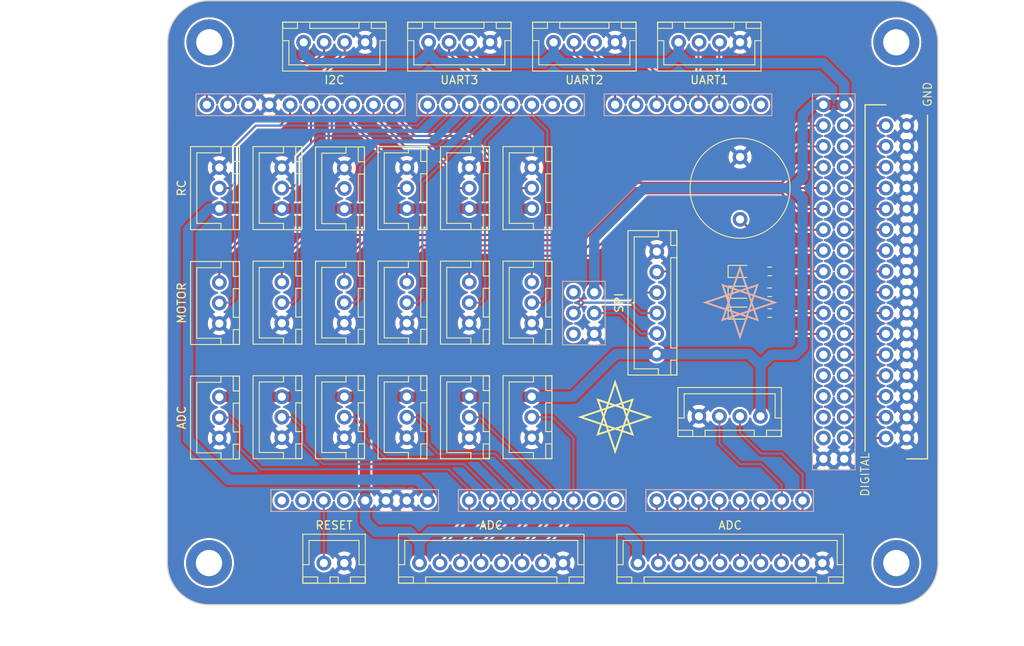
<source format=kicad_pcb>
(kicad_pcb (version 20240108) (generator "pcbnew") (generator_version "8.0")
  (title_block (date "mar. 31 mars 2015"))
  (layers (0 "F.Cu" signal) (31 "B.Cu" signal) (34 "B.Paste" user) (35 "F.Paste" user) (36 "B.SilkS" user "B.Silkscreen") (37 "F.SilkS" user "F.Silkscreen") (38 "B.Mask" user) (39 "F.Mask" user) (44 "Edge.Cuts" user))
  (net 0 "")
  (net 1 "GND")
  (net 2 "/*52")
  (net 3 "/53")
  (net 4 "/50")
  (net 5 "/51")
  (net 6 "/48")
  (net 7 "/49")
  (net 8 "/*46")
  (net 9 "/47")
  (net 10 "/*44")
  (net 11 "/*45")
  (net 12 "/42")
  (net 13 "/43")
  (net 14 "/40")
  (net 15 "/41")
  (net 16 "/38")
  (net 17 "/39")
  (net 18 "/36")
  (net 19 "/37")
  (net 20 "/34")
  (net 21 "/35")
  (net 22 "/32")
  (net 23 "/33")
  (net 24 "/30")
  (net 25 "/31")
  (net 26 "/28")
  (net 27 "/29")
  (net 28 "/26")
  (net 29 "/27")
  (net 30 "/24")
  (net 31 "/25")
  (net 32 "/22")
  (net 33 "/23")
  (net 34 "+5V")
  (net 35 "/IOREF")
  (net 36 "/A0")
  (net 37 "/A1")
  (net 38 "/A2")
  (net 39 "/A3")
  (net 40 "/A4")
  (net 41 "/A5")
  (net 42 "/A6")
  (net 43 "/A7")
  (net 44 "/A8")
  (net 45 "/A9")
  (net 46 "/A10")
  (net 47 "/A11")
  (net 48 "/A12")
  (net 49 "/A13")
  (net 50 "/A14")
  (net 51 "/A15")
  (net 52 "/AREF")
  (net 53 "/*13")
  (net 54 "/*12")
  (net 55 "/*11")
  (net 56 "/*10")
  (net 57 "/*9")
  (net 58 "/*8")
  (net 59 "/*7")
  (net 60 "/*6")
  (net 61 "/*5")
  (net 62 "/*4")
  (net 63 "/*3")
  (net 64 "/*2")
  (net 65 "/TX0{slash}1")
  (net 66 "/RX0{slash}0")
  (net 67 "+3V3")
  (net 68 "/TX3{slash}14")
  (net 69 "/RX3{slash}15")
  (net 70 "/TX2{slash}16")
  (net 71 "/RX2{slash}17")
  (net 72 "/TX1{slash}18")
  (net 73 "/RX1{slash}19")
  (net 74 "/SDA{slash}20")
  (net 75 "/SCL{slash}21")
  (net 76 "VIN")
  (net 77 "/~{RESET}")
  (net 79 "/CLK")
  (net 80 "/MISO")
  (net 81 "/MOSI")
  (net 82 "Net-(D1-A)")
  (net 83 "Net-(D2-A)")
  (net 84 "Net-(D3-A)")
  (footprint "Connector_JST:JST_XH_B8B-XH-A_1x08_P2.50mm_Vertical" (layer "F.Cu") (at 162.23 105.08 180)
    (property "Reference" "J28" (hide yes))
    (property "Value" "ADC")
  )
  (footprint "Connector_JST:JST_XH_B3B-XH-A_1x03_P2.50mm_Vertical" (layer "F.Cu") (at 127.94 84.8 -90)
    (property "Reference" "J23" (hide yes))
    (property "Value" "Analog" (hide yes))
  )
  (footprint "Connector_JST:JST_XH_B3B-XH-A_1x03_P2.50mm_Vertical" (layer "F.Cu") (at 150.8 70.83 -90)
    (property "Reference" "J11" (hide yes))
    (property "Value" "Motor" (hide yes))
  )
  (footprint "Connector_JST:JST_XH_B3B-XH-A_1x03_P2.50mm_Vertical" (layer "F.Cu") (at 150.8 56.86 -90)
    (property "Reference" "J17" (hide yes))
    (property "Value" "RC" (hide yes))
  )
  (footprint "Connector_JST:JST_XH_B3B-XH-A_1x03_P2.50mm_Vertical" (layer "F.Cu") (at 120.32 56.86 -90)
    (property "Reference" "J21" (hide yes))
    (property "Value" "RC")
  )
  (footprint "Connector_JST:JST_XH_B3B-XH-A_1x03_P2.50mm_Vertical" (layer "F.Cu") (at 120.32 70.87 -90)
    (property "Reference" "J15" (hide yes))
    (property "Value" "MOTOR")
  )
  (footprint "Connector_JST:JST_XH_B3B-XH-A_1x03_P2.50mm_Vertical" (layer "F.Cu") (at 143.18 84.8 -90)
    (property "Reference" "J25" (hide yes))
    (property "Value" "Analog" (hide yes))
  )
  (footprint "Resistor_SMD:R_0603_1608Metric" (layer "F.Cu") (at 187.44 69.52)
    (property "Reference" "R1" (hide yes))
    (property "Value" "R")
  )
  (footprint "Connector_JST:JST_XH_B3B-XH-A_1x03_P2.50mm_Vertical" (layer "F.Cu") (at 150.8 84.8 -90)
    (property "Reference" "J26" (hide yes))
    (property "Value" "Analog" (hide yes))
  )
  (footprint "Connector_JST:JST_XH_B3B-XH-A_1x03_P2.50mm_Vertical" (layer "F.Cu") (at 127.94 56.86 -90)
    (property "Reference" "J20" (hide yes))
    (property "Value" "RC" (hide yes))
  )
  (footprint "Connector_JST:JST_XH_B3B-XH-A_1x03_P2.50mm_Vertical" (layer "F.Cu") (at 135.56 56.9 -90)
    (property "Reference" "J19" (hide yes))
    (property "Value" "RC" (hide yes))
  )
  (footprint "Connector_JST:JST_XH_B4B-XH-A_1x04_P2.50mm_Vertical" (layer "F.Cu") (at 186.3 87.19 180)
    (property "Reference" "J30" (hide yes))
    (property "Value" "CAN")
  )
  (footprint "Connector_JST:JST_XH_B4B-XH-A_1x04_P2.50mm_Vertical" (layer "F.Cu") (at 130.6 41.58)
    (property "Reference" "J32" (hide yes))
    (property "Value" "I2C")
  )
  (footprint "MountingHole:MountingHole_3.2mm_M3_DIN965_Pad" (layer "F.Cu") (at 202.87 105.08)
    (property "Reference" "H1" (hide yes))
    (property "Value" "MountingHole" (hide yes))
  )
  (footprint "Connector_JST:JST_XH_B3B-XH-A_1x03_P2.50mm_Vertical" (layer "F.Cu") (at 135.56 84.8 -90)
    (property "Reference" "J24" (hide yes))
    (property "Value" "Analog" (hide yes))
  )
  (footprint "LED_SMD:LED_0603_1608Metric" (layer "F.Cu") (at 183.8455 72.06)
    (property "Reference" "D2" (hide yes))
    (property "Value" "LED")
  )
  (footprint "MountingHole:MountingHole_3.2mm_M3_DIN965_Pad" (layer "F.Cu") (at 202.87 41.58)
    (property "Reference" "H1" (hide yes))
    (property "Value" "MountingHole" (hide yes))
  )
  (footprint "Connector_JST:JST_XH_B3B-XH-A_1x03_P2.50mm_Vertical" (layer "F.Cu") (at 135.56 70.83 -90)
    (property "Reference" "J13" (hide yes))
    (property "Value" "Motor" (hide yes))
  )
  (footprint "MountingHole:MountingHole_3.2mm_M3_DIN965_Pad" (layer "F.Cu") (at 119.06 105.08)
    (property "Reference" "H1" (hide yes))
    (property "Value" "MountingHole" (hide yes))
  )
  (footprint "Connector_JST:JST_XH_B2B-XH-A_1x02_P2.50mm_Vertical" (layer "F.Cu") (at 135.56 105.08 180)
    (property "Reference" "J9" (hide yes))
    (property "Value" "RESET")
  )
  (footprint "Connector_JST:JST_XH_B3B-XH-A_1x03_P2.50mm_Vertical" (layer "F.Cu") (at 158.42 70.83 -90)
    (property "Reference" "J10" (hide yes))
    (property "Value" "Motor" (hide yes))
  )
  (footprint "Connector_JST:JST_XH_B3B-XH-A_1x03_P2.50mm_Vertical" (layer "F.Cu") (at 158.42 56.86 -90)
    (property "Reference" "J16" (hide yes))
    (property "Value" "RC" (hide yes))
  )
  (footprint "LED_SMD:LED_0603_1608Metric" (layer "F.Cu") (at 183.8455 69.52)
    (property "Reference" "D1" (hide yes))
    (property "Value" "LED")
  )
  (footprint "MountingHole:MountingHole_3.2mm_M3_DIN965_Pad" (layer "F.Cu") (at 119.1 41.58)
    (property "Reference" "H1" (hide yes))
    (property "Value" "MountingHole" (hide yes))
  )
  (footprint "Resistor_SMD:R_0603_1608Metric" (layer "F.Cu") (at 187.44 72.06)
    (property "Reference" "R2" (hide yes))
    (property "Value" "R")
  )
  (footprint "Resistor_SMD:R_0603_1608Metric" (layer "F.Cu") (at 187.44 74.6)
    (property "Reference" "R3" (hide yes))
    (property "Value" "R")
  )
  (footprint "Buzzer_Beeper:Buzzer_12x9.5RM7.6" (layer "F.Cu") (at 183.82 63.17 90)
    (property "Reference" "BZ1" (hide yes))
    (property "Value" "Buzzer")
  )
  (footprint "Connector_JST:JST_XH_B4B-XH-A_1x04_P2.50mm_Vertical" (layer "F.Cu") (at 145.84 41.58)
    (property "Reference" "J35" (hide yes))
    (property "Value" "UART3")
  )
  (footprint "Connector_JST:JST_XH_B3B-XH-A_1x03_P2.50mm_Vertical" (layer "F.Cu") (at 143.18 56.86 -90)
    (property "Reference" "J18" (hide yes))
    (property "Value" "RC" (hide yes))
  )
  (footprint "Connector_JST:JST_XH_B4B-XH-A_1x04_P2.50mm_Vertical" (layer "F.Cu") (at 161.08 41.58)
    (property "Reference" "J34" (hide yes))
    (property "Value" "UART2")
  )
  (footprint "Downloads:chat" (layer "F.Cu") (at 168.5038 87.046)
    (property "Reference" "G***" (hide yes))
    (property "Value" "LOGO" (hide yes))
  )
  (footprint "Connector_PinHeader_2.54mm:PinHeader_2x16_P2.54mm_Vertical" (layer "F.Cu") (at 204.14 89.84 180)
    (property "Reference" "J36" (hide yes))
    (property "Value" "Conn_02x16_Odd_Even" (hide yes))
  )
  (footprint "Connector_JST:JST_XH_B3B-XH-A_1x03_P2.50mm_Vertical" (layer "F.Cu") (at 120.32 84.84 -90)
    (property "Reference" "J22" (hide yes))
    (property "Value" "ADC")
  )
  (footprint "Connector_JST:JST_XH_B6B-XH-A_1x06_P2.50mm_Vertical" (layer "F.Cu") (at 173.66 67.1 -90)
    (property "Reference" "J31" (hide yes))
    (property "Value" "SPI")
  )
  (footprint "LED_SMD:LED_0603_1608Metric" (layer "F.Cu") (at 183.8455 74.6)
    (property "Reference" "D3" (hide yes))
    (property "Value" "LED")
  )
  (footprint "Connector_JST:JST_XH_B10B-XH-A_1x10_P2.50mm_Vertical" (layer "F.Cu") (at 193.86 105.08 180)
    (property "Reference" "J29" (hide yes))
    (property "Value" "ADC")
  )
  (footprint "Connector_JST:JST_XH_B4B-XH-A_1x04_P2.50mm_Vertical" (layer "F.Cu") (at 176.32 41.58)
    (property "Reference" "J33" (hide yes))
    (property "Value" "UART1")
  )
  (footprint "Connector_JST:JST_XH_B3B-XH-A_1x03_P2.50mm_Vertical" (layer "F.Cu") (at 158.42 84.8 -90)
    (property "Reference" "J27" (hide yes))
    (property "Value" "Analog" (hide yes))
  )
  (footprint "Connector_JST:JST_XH_B3B-XH-A_1x03_P2.50mm_Vertical" (layer "F.Cu") (at 127.94 70.83 -90)
    (property "Reference" "J14" (hide yes))
    (property "Value" "Motor" (hide yes))
  )
  (footprint "Connector_JST:JST_XH_B3B-XH-A_1x03_P2.50mm_Vertical" (layer "F.Cu") (at 143.18 70.83 -90)
    (property "Reference" "J12" (hide yes))
    (property "Value" "Motor" (hide yes))
  )
  (footprint "Downloads:chat" (layer "B.Cu") (at 183.8962 73.076 180)
    (property "Reference" "G***" (hide yes))
    (property "Value" "LOGO" (hide yes))
  )
  (footprint "Connector_PinHeader_2.54mm:PinHeader_1x08_P2.54mm_Vertical" (layer "B.Cu") (at 145.72 49.2 -90)
    (property "Reference" "J4" (hide yes))
    (property "Value" "PWM" (hide yes))
  )
  (footprint "Connector_PinHeader_2.54mm:PinHeader_1x08_P2.54mm_Vertical" (layer "B.Cu") (at 173.66 97.46 -90)
    (property "Reference" "J5" (hide yes))
    (property "Value" "Analog" (hide yes))
  )
  (footprint "Connector_PinHeader_2.54mm:PinHeader_1x08_P2.54mm_Vertical" (layer "B.Cu") (at 127.94 97.46 -90)
    (property "Reference" "J1" (hide yes))
    (property "Value" "Power" (hide yes))
  )
  (footprint "Connector_PinHeader_2.54mm:PinHeader_1x08_P2.54mm_Vertical" (layer "B.Cu") (at 150.8 97.46 -90)
    (property "Reference" "J3" (hide yes))
    (property "Value" "Analog" (hide yes))
  )
  (footprint "Connector_PinHeader_2.54mm:PinHeader_1x10_P2.54mm_Vertical" (layer "B.Cu") (at 118.796 49.2 -90)
    (property "Reference" "J2" (hide yes))
    (property "Value" "PWM" (hide yes))
  )
  (footprint "Connector_PinHeader_2.54mm:PinHeader_1x08_P2.54mm_Vertical" (layer "B.Cu") (at 168.58 49.2 -90)
    (property "Reference" "J6" (hide yes))
    (property "Value" "Communication" (hide yes))
  )
  (footprint "Connector_PinHeader_2.54mm:PinHeader_2x18_P2.54mm_Vertical" (layer "B.Cu") (at 193.98 92.38)
    (property "Reference" "J7" (hide yes))
    (property "Value" "Digital" (hide yes))
  )
  (footprint "Connector_PinHeader_2.54mm:PinHeader_2x03_P2.54mm_Vertical" (layer "B.Cu") (at 166.04 72.06 180)
    (property "Reference" "J8" (hide yes))
    (property "Value" "ICSP" (hide yes))
  )
  (gr_line (start 199.06 49.2) (end 199.06 91.4275) (stroke (width 0.15)) (layer "F.SilkS"))
  (gr_line (start 206.68 92.38) (end 206.68 50.47) (stroke (width 0.15)) (layer "F.SilkS"))
  (gr_line (start 199.06 49.2) (end 201.6 49.2) (stroke (width 0.15)) (layer "F.SilkS"))
  (gr_line (start 206.68 92.38) (end 204.14 92.38) (stroke (width 0.15)) (layer "F.SilkS"))
  (gr_line (start 113.98 105.08) (end 114.02 41.46) (stroke (width 0.15)) (layer "Edge.Cuts"))
  (gr_line (start 119.1 36.498583) (end 202.87 36.5) (stroke (width 0.15)) (layer "Edge.Cuts"))
  (gr_arc (start 207.95 105.08) (mid 206.462102 108.672102) (end 202.87 110.16) (stroke (width 0.15)) (layer "Edge.Cuts"))
  (gr_arc (start 202.87 36.5) (mid 206.462102 37.987898) (end 207.95 41.58) (stroke (width 0.15)) (layer "Edge.Cuts"))
  (gr_arc (start 114.02 41.46) (mid 115.549576 37.944717) (end 119.1 36.498583) (stroke (width 0.15)) (layer "Edge.Cuts"))
  (gr_line (start 202.87 110.16) (end 119.06 110.16) (stroke (width 0.15)) (layer "Edge.Cuts"))
  (gr_arc (start 119.06 110.16) (mid 115.467898 108.672102) (end 113.98 105.08) (stroke (width 0.15)) (layer "Edge.Cuts"))
  (gr_line (start 207.95 41.58) (end 207.95 105.08) (stroke (width 0.15)) (layer "Edge.Cuts"))
  (gr_text "DIGITAL" (at 199.06 94.285 90) (layer "F.SilkS") (effects (font (size 1 1) (thickness 0.125))))
  (gr_text "GND" (at 206.68 47.93 90) (layer "F.SilkS") (effects (font (size 1 1) (thickness 0.125))))
  (segment (start 153.3 41.58) (end 153.34 41.58) (width 0.4) (layer "B.Cu") (net 1))
  (segment (start 196.52 89.84) (end 201.6 89.84) (width 0.254) (layer "F.Cu") (net 3))
  (segment (start 196.52 87.3) (end 201.6 87.3) (width 0.254) (layer "F.Cu") (net 5))
  (segment (start 196.52 84.76) (end 201.6 84.76) (width 0.254) (layer "F.Cu") (net 7))
  (segment (start 196.52 82.22) (end 201.6 82.22) (width 0.254) (layer "F.Cu") (net 9))
  (segment (start 201.6 79.68) (end 196.52 79.68) (width 0.254) (layer "F.Cu") (net 11))
  (segment (start 180.645 77.14) (end 178.105 74.6) (width 0.254) (layer "F.Cu") (net 12))
  (segment (start 178.105 74.6) (end 178.105 72.06) (width 0.254) (layer "F.Cu") (net 12))
  (segment (start 178.105 72.06) (end 175.565 69.52) (width 0.254) (layer "F.Cu") (net 12))
  (segment (start 193.98 77.14) (end 180.645 77.14) (width 0.254) (layer "F.Cu") (net 12))
  (segment (start 175.565 69.52) (end 173.74 69.52) (width 0.254) (layer "F.Cu") (net 12))
  (segment (start 173.74 69.52) (end 173.66 69.6) (width 0.254) (layer "F.Cu") (net 12))
  (segment (start 196.52 77.14) (end 201.6 77.14) (width 0.254) (layer "F.Cu") (net 13))
  (segment (start 188.265 74.6) (end 193.98 74.6) (width 0.254) (layer "F.Cu") (net 14))
  (segment (start 196.52 74.6) (end 201.6 74.6) (width 0.254) (layer "F.Cu") (net 15))
  (segment (start 193.98 72.06) (end 188.265 72.06) (width 0.254) (layer "F.Cu") (net 16))
  (segment (start 196.52 72.06) (end 201.6 72.06) (width 0.254) (layer "F.Cu") (net 17))
  (segment (start 193.98 69.52) (end 188.265 69.52) (width 0.254) (layer "F.Cu") (net 18))
  (segment (start 196.52 69.52) (end 201.6 69.52) (width 0.254) (layer "F.Cu") (net 19))
  (segment (start 187.63 66.98) (end 183.82 63.17) (width 0.254) (layer "F.Cu") (net 20))
  (segment (start 193.98 66.98) (end 187.63 66.98) (width 0.254) (layer "F.Cu") (net 20))
  (segment (start 196.52 66.98) (end 201.6 66.98) (width 0.254) (layer "F.Cu") (net 21))
  (segment (start 193.98 64.44) (end 190.805 64.44) (width 0.254) (layer "F.Cu") (net 22))
  (segment (start 158.42 68.25) (end 158.42 70.83) (width 0.254) (layer "F.Cu") (net 22))
  (segment (start 165.405 67.615) (end 159.055 67.615) (width 0.254) (layer "F.Cu") (net 22))
  (segment (start 186.995 60.63) (end 172.39 60.63) (width 0.254) (layer "F.Cu") (net 22))
  (segment (start 159.055 67.615) (end 158.42 68.25) (width 0.254) (layer "F.Cu") (net 22))
  (segment (start 190.805 64.44) (end 186.995 60.63) (width 0.254) (layer "F.Cu") (net 22))
  (segment (start 172.39 60.63) (end 165.405 67.615) (width 0.254) (layer "F.Cu") (net 22))
  (segment (start 201.6 64.44) (end 196.52 64.44) (width 0.254) (layer "F.Cu") (net 23))
  (segment (start 190.805 61.9) (end 188.9 59.995) (width 0.254) (layer "F.Cu") (net 24))
  (segment (start 171.755 59.995) (end 164.77 66.98) (width 0.254) (layer "F.Cu") (net 24))
  (segment (start 150.8 68.25) (end 150.8 70.65) (width 0.254) (layer "F.Cu") (net 24))
  (segment (start 193.98 61.9) (end 190.805 61.9) (width 0.254) (layer "F.Cu") (net 24))
  (segment (start 164.77 66.98) (end 152.07 66.98) (width 0.254) (layer "F.Cu") (net 24))
  (segment (start 188.9 59.995) (end 171.755 59.995) (width 0.254) (layer "F.Cu") (net 24))
  (segment (start 152.07 66.98) (end 150.8 68.25) (width 0.254) (layer "F.Cu") (net 24))
  (segment (start 196.52 61.9) (end 201.6 61.9) (width 0.254) (layer "F.Cu") (net 25))
  (segment (start 143.18 68.25) (end 145.085 66.345) (width 0.254) (layer "F.Cu") (net 26))
  (segment (start 171.12 59.36) (end 193.98 59.36) (width 0.254) (layer "F.Cu") (net 26))
  (segment (start 145.085 66.345) (end 164.135 66.345) (width 0.254) (layer "F.Cu") (net 26))
  (segment (start 164.135 66.345) (end 171.12 59.36) (width 0.254) (layer "F.Cu") (net 26))
  (segment (start 143.18 70.47) (end 143.18 68.25) (width 0.254) (layer "F.Cu") (net 26))
  (segment (start 196.52 59.36) (end 201.6 59.36) (width 0.254) (layer "F.Cu") (net 27))
  (segment (start 163.5 65.71) (end 138.1 65.71) (width 0.254) (layer "F.Cu") (net 28))
  (segment (start 193.98 56.82) (end 190.805 56.82) (width 0.254) (layer "F.Cu") (net 28))
  (segment (start 190.805 56.82) (end 188.9 58.725) (width 0.254) (layer "F.Cu") (net 28))
  (segment (start 138.1 65.71) (end 135.56 68.25) (width 0.254) (layer "F.Cu") (net 28))
  (segment (start 170.485 58.725) (end 163.5 65.71) (width 0.254) (layer "F.Cu") (net 28))
  (segment (start 188.9 58.725) (end 170.485 58.725) (width 0.254) (layer "F.Cu") (net 28))
  (segment (start 135.56 68.25) (end 135.56 70.29) (width 0.254) (layer "F.Cu") (net 28))
  (segment (start 196.52 56.82) (end 201.6 56.82) (width 0.254) (layer "F.Cu") (net 29))
  (segment (start 186.995 58.09) (end 169.85 58.09) (width 0.254) (layer "F.Cu") (net 30))
  (segment (start 169.85 58.09) (end 162.865 65.075) (width 0.254) (layer "F.Cu") (net 30))
  (segment (start 162.865 65.075) (end 131.115 65.075) (width 0.254) (layer "F.Cu") (net 30))
  (segment (start 190.805 54.28) (end 186.995 58.09) (width 0.254) (layer "F.Cu") (net 30))
  (segment (start 127.94 68.25) (end 127.94 70.83) (width 0.254) (layer "F.Cu") (net 30))
  (segment (start 193.98 54.28) (end 190.805 54.28) (width 0.254) (layer "F.Cu") (net 30))
  (segment (start 131.115 65.075) (end 127.94 68.25) (width 0.254) (layer "F.Cu") (net 30))
  (segment (start 196.52 54.28) (end 201.6 54.28) (width 0.254) (layer "F.Cu") (net 31))
  (segment (start 124.13 64.44) (end 162.23 64.44) (width 0.254) (layer "F.Cu") (net 32))
  (segment (start 120.32 70.87) (end 120.32 68.25) (width 0.254) (layer "F.Cu") (net 32))
  (segment (start 190.805 51.74) (end 193.98 51.74) (width 0.254) (layer "F.Cu") (net 32))
  (segment (start 162.23 64.44) (end 169.215 57.455) (width 0.254) (layer "F.Cu") (net 32))
  (segment (start 185.09 57.455) (end 190.805 51.74) (width 0.254) (layer "F.Cu") (net 32))
  (segment (start 169.215 57.455) (end 185.09 57.455) (width 0.254) (layer "F.Cu") (net 32))
  (segment (start 120.32 68.25) (end 124.13 64.44) (width 0.254) (layer "F.Cu") (net 32))
  (segment (start 196.52 51.74) (end 201.6 51.74) (width 0.254) (layer "F.Cu") (net 33))
  (segment (start 144.73 105.08) (end 144.45 105.08) (width 1.27) (layer "F.Cu") (net 34))
  (segment (start 120.32 84.84) (end 120.36 84.8) (width 1.27) (layer "F.Cu") (net 34))
  (segment (start 138.1 97.46) (end 138.1 85.98) (width 1.27) (layer "F.Cu") (net 34))
  (segment (start 138.1 85.98) (end 139.28 84.8) (width 1.27) (layer "F.Cu") (net 34))
  (segment (start 136.92 84.8) (end 138.1 85.98) (width 1.27) (layer "F.Cu") (net 34))
  (segment (start 139.28 84.8) (end 143 84.8) (width 1.27) (layer "F.Cu") (net 34))
  (segment (start 193.98 49.2) (end 196.52 49.2) (width 1.27) (layer "F.Cu") (net 34))
  (segment (start 143 84.8) (end 158.42 84.8) (width 1.27) (layer "F.Cu") (net 34))
  (segment (start 120.36 84.8) (end 136.92 84.8) (width 1.27) (layer "F.Cu") (net 34))
  (segment (start 186.32 80.99) (end 186.32 87.17) (width 1.27) (layer "B.Cu") (net 34))
  (segment (start 177.47 44.12) (end 193.98 44.12) (width 1.27) (layer "B.Cu") (net 34))
  (segment (start 146 101.27) (end 144.73 102.54) (width 1.27) (layer "B.Cu") (net 34))
  (segment (start 191.44 50.47) (end 191.44 57.836) (width 1.27) (layer "B.Cu") (net 34))
  (segment (start 131.75 44.12) (end 144.69 44.12) (width 1.27) (layer "B.Cu") (net 34))
  (segment (start 144.69 44.12) (end 145.84 42.97) (width 1.27) (layer "B.Cu") (net 34))
  (segment (start 168.66 79.6) (end 173.66 79.6) (width 1.27) (layer "B.Cu") (net 34))
  (segment (start 163.46 84.8) (end 168.66 79.6) (width 1.27) (layer "B.Cu") (net 34))
  (segment (start 139.37 101.27) (end 138.1 100) (width 1.27) (layer "B.Cu") (net 34))
  (segment (start 144.73 102.54) (end 144.73 105.08) (width 1.27) (layer "B.Cu") (net 34))
  (segment (start 171.28 102.7) (end 169.85 101.27) (width 1.27) (layer "B.Cu") (net 34))
  (segment (start 162.23 44.12) (end 161.08 42.97) (width 1.27) (layer "B.Cu") (net 34))
  (segment (start 158.42 84.8) (end 158.46 84.76) (width 1.27) (layer "B.Cu") (net 34))
  (segment (start 186.32 87.17) (end 186.3 87.19) (width 1.27) (layer "B.Cu") (net 34))
  (segment (start 145.84 42.97) (end 145.84 41.58) (width 1.27) (layer "B.Cu") (net 34))
  (segment (start 186.32 80.99) (end 184.93 79.6) (width 1.27) (layer "B.Cu") (net 34))
  (segment (start 130.6 41.58) (end 130.6 42.97) (width 1.27) (layer "B.Cu") (net 34))
  (segment (start 176.32 42.97) (end 177.47 44.12) (width 1.27) (layer "B.Cu") (net 34))
  (segment (start 192.71 49.2) (end 191.44 50.47) (width 1.27) (layer "B.Cu") (net 34))
  (segment (start 166.04 65.456) (end 166.04 72.06) (width 1.27) (layer "B.Cu") (net 34))
  (segment (start 196.52 46.66) (end 196.52 49.2) (width 1.27) (layer "B.Cu") (net 34))
  (segment (start 176.32 42.97) (end 175.17 44.12) (width 1.27) (layer "B.Cu") (net 34))
  (segment (start 187.63 79.68) (end 186.32 80.99) (width 1.27) (layer "B.Cu") (net 34))
  (segment (start 143.46 101.27) (end 144.73 102.54) (width 1.27) (layer "B.Cu") (net 34))
  (segment (start 138.1 100) (end 138.1 97.46) (width 1.27) (layer "B.Cu") (net 34))
  (segment (start 146.99 44.12) (end 145.84 42.97) (width 1.27) (layer "B.Cu") (net 34))
  (segment (start 190.17 59.36) (end 172.136 59.36) (width 1.27) (layer "B.Cu") (net 34))
  (segment (start 139.37 101.27) (end 143.46 101.27) (width 1.27) (layer "B.Cu") (net 34))
  (segment (start 161.08 42.97) (end 159.93 44.12) (width 1.27) (layer "B.Cu") (net 34))
  (segment (start 190.17 59.36) (end 191.44 58.09) (width 1.27) (layer "B.Cu") (net 34))
  (segment (start 191.44 60.63) (end 190.17 59.36) (width 1.27) (layer "B.Cu") (net 34))
  (segment (start 158.42 84.8) (end 163.46 84.8) (width 1.27) (layer "B.Cu") (net 34))
  (segment (start 184.93 79.6) (end 173.66 79.6) (width 1.27) (layer "B.Cu") (net 34))
  (segment (start 191.44 58.09) (end 191.44 57.836) (width 1.27) (layer "B.Cu") (net 34))
  (segment (start 190.4875 79.68) (end 187.63 79.68) (width 1.27) (layer "B.Cu") (net 34))
  (segment (start 161.08 42.97) (end 161.08 41.58) (width 1.27) (layer "B.Cu") (net 34))
  (segment (start 191.44 78.7275) (end 191.44 60.63) (width 1.27) (layer "B.Cu") (net 34))
  (segment (start 130.6 42.97) (end 131.75 44.12) (width 1.27) (layer "B.Cu") (net 34))
  (segment (start 169.85 101.27) (end 146 101.27) (width 1.27) (layer "B.Cu") (net 34))
  (segment (start 176.32 41.58) (end 176.32 42.97) (width 1.27) (layer "B.Cu") (net 34))
  (segment (start 172.136 59.36) (end 166.04 65.456) (width 1.27) (layer "B.Cu") (net 34))
  (segment (start 159.93 44.12) (end 146.99 44.12) (width 1.27) (layer "B.Cu") (net 34))
  (segment (start 193.98 44.12) (end 196.52 46.66) (width 1.27) (layer "B.Cu") (net 34))
  (segment (start 175.17 44.12) (end 162.23 44.12) (width 1.27) (layer "B.Cu") (net 34))
  (segment (start 171.28 105.08) (end 171.28 102.7) (width 1.27) (layer "B.Cu") (net 34))
  (segment (start 193.98 49.2) (end 192.71 49.2) (width 1.27) (layer "B.Cu") (net 34))
  (segment (start 191.44 78.7275) (end 190.4875 79.68) (width 1.27) (layer "B.Cu") (net 34))
  (segment (start 150.8 99.365) (end 150.8 97.46) (width 0.254) (layer "F.Cu") (net 36))
  (segment (start 147.23 105.08) (end 147.23 102.935) (width 0.254) (layer "F.Cu") (net 36))
  (segment (start 147.23 102.935) (end 150.8 99.365) (width 0.254) (layer "F.Cu") (net 36))
  (segment (start 150.8 96.19) (end 148.26 93.65) (width 0.254) (layer "B.Cu") (net 36))
  (segment (start 122.86 91.11) (end 122.86 88.57) (width 0.254) (layer "B.Cu") (net 36))
  (segment (start 148.26 93.65) (end 125.4 93.65) (width 0.254) (layer "B.Cu") (net 36))
  (segment (start 150.8 97.46) (end 150.8 96.19) (width 0.254) (layer "B.Cu") (net 36))
  (segment (start 125.4 93.65) (end 122.86 91.11) (width 0.254) (layer "B.Cu") (net 36))
  (segment (start 122.86 88.57) (end 121.63 87.34) (width 0.254) (layer "B.Cu") (net 36))
  (segment (start 121.63 87.34) (end 120.32 87.34) (width 0.254) (layer "B.Cu") (net 36))
  (segment (start 149.73 102.975) (end 153.34 99.365) (width 0.254) (layer "F.Cu") (net 37))
  (segment (start 153.34 99.365) (end 153.34 97.46) (width 0.254) (layer "F.Cu") (net 37))
  (segment (start 149.73 105.08) (end 149.73 102.975) (width 0.254) (layer "F.Cu") (net 37))
  (segment (start 130.48 90.475) (end 133.02 93.015) (width 0.254) (layer "B.Cu") (net 37))
  (segment (start 150.165 93.015) (end 153.34 96.19) (width 0.254) (layer "B.Cu") (net 37))
  (segment (start 127.94 87.3) (end 129.21 87.3) (width 0.254) (layer "B.Cu") (net 37))
  (segment (start 129.21 87.3) (end 130.48 88.57) (width 0.254) (layer "B.Cu") (net 37))
  (segment (start 127.4 87.425) (end 127.525 87.3) (width 0.25) (layer "B.Cu") (net 37))
  (segment (start 133.02 93.015) (end 150.165 93.015) (width 0.254) (layer "B.Cu") (net 37))
  (segment (start 130.48 88.57) (end 130.48 90.475) (width 0.254) (layer "B.Cu") (net 37))
  (segment (start 153.34 96.19) (end 153.34 97.46) (width 0.254) (layer "B.Cu") (net 37))
  (segment (start 155.88 99.365) (end 152.23 103.015) (width 0.254) (layer "F.Cu") (net 38))
  (segment (start 155.88 97.46) (end 155.88 99.365) (width 0.254) (layer "F.Cu") (net 38))
  (segment (start 152.23 103.015) (end 152.23 105.08) (width 0.254) (layer "F.Cu") (net 38))
  (segment (start 136.83 87.3) (end 138.1 88.57) (width 0.254) (layer "B.Cu") (net 38))
  (segment (start 140.64 92.38) (end 152.07 92.38) (width 0.254) (layer "B.Cu") (net 38))
  (segment (start 138.1 88.57) (end 138.1 89.84) (width 0.254) (layer "B.Cu") (net 38))
  (segment (start 135.56 87.3) (end 136.83 87.3) (width 0.254) (layer "B.Cu") (net 38))
  (segment (start 155.88 96.19) (end 155.88 97.46) (width 0.254) (layer "B.Cu") (net 38))
  (segment (start 152.07 92.38) (end 155.88 96.19) (width 0.254) (layer "B.Cu") (net 38))
  (segment (start 138.1 89.84) (end 140.64 92.38) (width 0.254) (layer "B.Cu") (net 38))
  (segment (start 154.73 105.08) (end 154.73 103.055) (width 0.254) (layer "F.Cu") (net 39))
  (segment (start 154.73 103.055) (end 158.42 99.365) (width 0.254) (layer "F.Cu") (net 39))
  (segment (start 158.42 99.365) (end 158.42 97.46) (width 0.254) (layer "F.Cu") (net 39))
  (segment (start 144.45 87.3) (end 145.72 88.57) (width 0.254) (layer "B.Cu") (net 39))
  (segment (start 153.975 91.745) (end 158.42 96.19) (width 0.254) (layer "B.Cu") (net 39))
  (segment (start 143.18 87.3) (end 144.45 87.3) (width 0.254) (layer "B.Cu") (net 39))
  (segment (start 145.72 88.57) (end 145.72 90.475) (width 0.254) (layer "B.Cu") (net 39))
  (segment (start 145.72 90.475) (end 146.99 91.745) (width 0.254) (layer "B.Cu") (net 39))
  (segment (start 158.42 96.19) (end 158.42 97.46) (width 0.254) (layer "B.Cu") (net 39))
  (segment (start 146.99 91.745) (end 153.975 91.745) (width 0.254) (layer "B.Cu") (net 39))
  (segment (start 157.23 103.095) (end 160.96 99.365) (width 0.254) (layer "F.Cu") (net 40))
  (segment (start 157.23 105.08) (end 157.23 103.095) (width 0.254) (layer "F.Cu") (net 40))
  (segment (start 160.96 99.365) (end 160.96 97.46) (width 0.254) (layer "F.Cu") (net 40))
  (segment (start 152.07 87.3) (end 160.96 96.19) (width 0.254) (layer "B.Cu") (net 40))
  (segment (start 160.96 96.19) (end 160.96 97.46) (width 0.254) (layer "B.Cu") (net 40))
  (segment (start 160.96 97.36) (end 160.96 97.46) (width 0.254) (layer "B.Cu") (net 40))
  (segment (start 150.8 87.3) (end 152.07 87.3) (width 0.254) (layer "B.Cu") (net 40))
  (segment (start 163.5 99.365) (end 163.5 97.46) (width 0.254) (layer "F.Cu") (net 41))
  (segment (start 159.73 103.135) (end 163.5 99.365) (width 0.254) (layer "F.Cu") (net 41))
  (segment (start 159.73 105.08) (end 159.73 103.135) (width 0.254) (layer "F.Cu") (net 41))
  (segment (start 160.96 87.3) (end 163.5 89.84) (width 0.254) (layer "B.Cu") (net 41))
  (segment (start 158.42 87.3) (end 160.96 87.3) (width 0.254) (layer "B.Cu") (net 41))
  (segment (start 163.5 97.46) (end 163.26 97.46) (width 0.254) (layer "B.Cu") (net 41))
  (segment (start 163.5 89.84) (end 163.5 97.46) (width 0.254) (layer "B.Cu") (net 41))
  (segment (start 173.66 98.73) (end 173.66 97.46) (width 0.254) (layer "F.Cu") (net 44))
  (segment (start 173.78 98.85) (end 173.66 98.73) (width 0.254) (layer "F.Cu") (net 44))
  (segment (start 173.78 105.08) (end 173.78 98.85) (width 0.254) (layer "F.Cu") (net 44))
  (segment (start 176.2 98.73) (end 176.28 98.81) (width 0.254) (layer "F.Cu") (net 45))
  (segment (start 176.2 97.46) (end 176.2 98.73) (width 0.254) (layer "F.Cu") (net 45))
  (segment (start 176.28 98.81) (end 176.28 105.08) (width 0.254) (layer "F.Cu") (net 45))
  (segment (start 178.78 105.08) (end 178.78 97.5) (width 0.254) (layer "F.Cu") (net 46))
  (segment (start 178.78 97.5) (end 178.74 97.46) (width 0.254) (layer "F.Cu") (net 46))
  (segment (start 181.28 105.08) (end 181.28 97.46) (width 0.254) (layer "F.Cu") (net 47))
  (segment (start 183.82 105.04) (end 183.78 105.08) (width 0.254) (layer "F.Cu") (net 48))
  (segment (start 183.82 97.46) (end 183.82 105.04) (width 0.254) (layer "F.Cu") (net 48))
  (segment (start 186.28 97.54) (end 186.36 97.46) (width 0.254) (layer "F.Cu") (net 49))
  (segment (start 186.28 105.08) (end 186.28 97.54) (width 0.254) (layer "F.Cu") (net 49))
  (segment (start 188.78 98.85) (end 188.78 105.08) (width 0.254) (layer "F.Cu") (net 50))
  (segment (start 188.9 97.46) (end 188.9 98.73) (width 0.254) (layer "F.Cu") (net 50))
  (segment (start 188.9 98.73) (end 188.78 98.85) (width 0.254) (layer "F.Cu") (net 50))
  (segment (start 188.9 97.46) (end 188.9 95.555) (width 0.254) (layer "B.Cu") (net 50))
  (segment (start 188.9 95.555) (end 186.36 93.015) (width 0.254) (layer "B.Cu") (net 50))
  (segment (start 181.3 90.495) (end 181.3 87.19) (width 0.254) (layer "B.Cu") (net 50))
  (segment (start 186.36 93.015) (end 183.82 93.015) (width 0.254) (layer "B.Cu") (net 50))
  (segment (start 183.82 93.015) (end 181.3 90.495) (width 0.254) (layer "B.Cu") (net 50))
  (segment (start 191.28 105.08) (end 191.28 98.857) (width 0.254) (layer "F.Cu") (net 51))
  (segment (start 191.44 98.697) (end 191.28 98.857) (width 0.254) (layer "F.Cu") (net 51))
  (segment (start 191.44 97.46) (end 191.44 98.697) (width 0.254) (layer "F.Cu") (net 51))
  (segment (start 188.9 91.745) (end 191.44 94.285) (width 0.254) (layer "B.Cu") (net 51))
  (segment (start 183.8 87.19) (end 183.8 89.185) (width 0.254) (layer "B.Cu") (net 51))
  (segment (start 191.44 94.285) (end 191.44 97.46) (width 0.254) (layer "B.Cu") (net 51))
  (segment (start 186.36 91.745) (end 188.9 91.745) (width 0.254) (layer "B.Cu") (net 51))
  (segment (start 183.8 89.185) (end 186.36 91.745) (width 0.254) (layer "B.Cu") (net 51))
  (segment (start 121.59 59.36) (end 120.32 59.36) (width 0.254) (layer "F.Cu") (net 53))
  (segment (start 124.765 51.74) (end 122.225 54.28) (width 0.254) (layer "F.Cu") (net 53))
  (segment (start 128.956 50.47) (end 127.686 51.74) (width 0.254) (layer "F.Cu") (net 53))
  (segment (start 127.686 51.74) (end 124.765 51.74) (width 0.254) (layer "F.Cu") (net 53))
  (segment (start 122.225 54.28) (end 122.225 58.725) (width 0.254) (layer "F.Cu") (net 53))
  (segment (start 128.956 49.2) (end 128.956 50.47) (width 0.254) (layer "F.Cu") (net 53))
  (segment (start 122.225 58.725) (end 121.59 59.36) (width 0.254) (layer "F.Cu") (net 53))
  (segment (start 131.496 53.899) (end 129.845 55.55) (width 0.254) (layer "F.Cu") (net 54))
  (segment (start 129.21 59.36) (end 127.94 59.36) (width 0.254) (layer "F.Cu") (net 54))
  (segment (start 129.845 55.55) (end 129.845 58.725) (width 0.254) (layer "F.Cu") (net 54))
  (segment (start 131.496 49.2) (end 131.496 53.899) (width 0.254) (layer "F.Cu") (net 54))
  (segment (start 129.845 58.725) (end 129.21 59.36) (width 0.254) (layer "F.Cu") (net 54))
  (segment (start 134.036 49.2) (end 134.036 52.248) (width 0.254) (layer "F.Cu") (net 55))
  (segment (start 134.036 52.248) (end 133.655 52.629) (width 0.254) (layer "F.Cu") (net 55))
  (segment (start 133.655 58.725) (end 134.33 59.4) (width 0.254) (layer "F.Cu") (net 55))
  (segment (start 133.655 52.629) (end 133.655 58.725) (width 0.254) (layer "F.Cu") (net 55))
  (segment (start 134.33 59.4) (end 135.56 59.4) (width 0.254) (layer "F.Cu") (net 55))
  (segment (start 136.576 49.2) (end 136.576 51.486) (width 0.254) (layer "F.Cu") (net 56))
  (segment (start 141.91 59.36) (end 143.18 59.36) (width 0.254) (layer "F.Cu") (net 56))
  (segment (start 141.275 58.725) (end 141.91 59.36) (width 0.254) (layer "F.Cu") (net 56))
  (segment (start 141.275 56.185) (end 141.275 58.725) (width 0.254) (layer "F.Cu") (net 56))
  (segment (start 136.576 51.486) (end 141.275 56.185) (width 0.254) (layer "F.Cu") (net 56))
  (segment (start 148.895 57.455) (end 145.72 54.28) (width 0.254) (layer "F.Cu") (net 57))
  (segment (start 142.926 54.28) (end 139.116 50.47) (width 0.254) (layer "F.Cu") (net 57))
  (segment (start 150.8 59.36) (end 149.53 59.36) (width 0.254) (layer "F.Cu") (net 57))
  (segment (start 148.895 58.725) (end 148.895 57.455) (width 0.254) (layer "F.Cu") (net 57))
  (segment (start 149.53 59.36) (end 148.895 58.725) (width 0.254) (layer "F.Cu") (net 57))
  (segment (start 145.72 54.28) (end 142.926 54.28) (width 0.254) (layer "F.Cu") (net 57))
  (segment (start 139.116 50.47) (end 139.116 49.2) (width 0.254) (layer "F.Cu") (net 57))
  (segment (start 157.15 59.36) (end 158.305 59.36) (width 0.254) (layer "F.Cu") (net 58))
  (segment (start 141.656 49.2) (end 141.656 50.47) (width 0.254) (layer "F.Cu") (net 58))
  (segment (start 150.8 53.01) (end 157.15 59.36) (width 0.254) (layer "F.Cu") (net 58))
  (segment (start 144.196 53.01) (end 150.8 53.01) (width 0.254) (layer "F.Cu") (net 58))
  (segment (start 141.656 50.47) (end 144.196 53.01) (width 0.254) (layer "F.Cu") (net 58))
  (segment (start 145.72 49.2) (end 145.72 50.47) (width 0.254) (layer "B.Cu") (net 59))
  (segment (start 122.225 54.28) (end 122.225 72.695) (width 0.254) (layer "B.Cu") (net 59))
  (segment (start 122.225 72.695) (end 121.59 73.33) (width 0.254) (layer "B.Cu") (net 59))
  (segment (start 124.765 51.74) (end 122.225 54.28) (width 0.254) (layer "B.Cu") (net 59))
  (segment (start 121.59 73.33) (end 120.32 73.33) (width 0.254) (layer "B.Cu") (net 59))
  (segment (start 145.72 50.47) (end 144.45 51.74) (width 0.254) (layer "B.Cu") (net 59))
  (segment (start 144.45 51.74) (end 124.765 51.74) (width 0.254) (layer "B.Cu") (net 59))
  (segment (start 148.26 50.47) (end 145.72 53.01) (width 0.254) (layer "B.Cu") (net 60))
  (segment (start 145.72 53.01) (end 132.385 53.01) (width 0.254) (layer "B.Cu") (net 60))
  (segment (start 129.845 72.695) (end 129.21 73.33) (width 0.254) (layer "B.Cu") (net 60))
  (segment (start 129.21 73.33) (end 127.94 73.33) (width 0.254) (layer "B.Cu") (net 60))
  (segment (start 129.845 55.55) (end 129.845 72.695) (width 0.254) (layer "B.Cu") (net 60))
  (segment (start 148.26 49.2) (end 148.26 50.47) (width 0.254) (layer "B.Cu") (net 60))
  (segment (start 132.385 53.01) (end 129.845 55.55) (width 0.254) (layer "B.Cu") (net 60))
  (segment (start 136.83 73.33) (end 135.56 73.33) (width 0.254) (layer "B.Cu") (net 61))
  (segment (start 140.005 54.28) (end 137.465 56.82) (width 0.254) (layer "B.Cu") (net 61))
  (segment (start 150.8 49.2) (end 150.8 50.47) (width 0.254) (layer "B.Cu") (net 61))
  (segment (start 146.99 54.28) (end 140.005 54.28) (width 0.254) (layer "B.Cu") (net 61))
  (segment (start 150.8 50.47) (end 146.99 54.28) (width 0.254) (layer "B.Cu") (net 61))
  (segment (start 137.465 56.82) (end 137.465 72.695) (width 0.254) (layer "B.Cu") (net 61))
  (segment (start 137.465 72.695) (end 136.83 73.33) (width 0.254) (layer "B.Cu") (net 61))
  (segment (start 145.085 72.695) (end 144.45 73.33) (width 0.254) (layer "B.Cu") (net 62))
  (segment (start 144.45 73.33) (end 143.18 73.33) (width 0.254) (layer "B.Cu") (net 62))
  (segment (start 153.34 49.2) (end 153.34 50.47) (width 0.254) (layer "B.Cu") (net 62))
  (segment (start 145.085 58.725) (end 145.085 72.695) (width 0.254) (layer "B.Cu") (net 62))
  (segment (start 153.34 50.47) (end 145.085 58.725) (width 0.254) (layer "B.Cu") (net 62))
  (segment (start 152.705 53.645) (end 155.88 50.47) (width 0.254) (layer "B.Cu") (net 63))
  (segment (start 152.07 73.33) (end 152.705 72.695) (width 0.254) (layer "B.Cu") (net 63))
  (segment (start 152.705 72.695) (end 152.705 53.645) (width 0.254) (layer "B.Cu") (net 63))
  (segment (start 150.8 73.33) (end 152.07 73.33) (width 0.254) (layer "B.Cu") (net 63))
  (segment (start 155.88 50.47) (end 155.88 49.2) (width 0.254) (layer "B.Cu") (net 63))
  (segment (start 158.42 73.33) (end 159.69 73.33) (width 0.254) (layer "B.Cu") (net 64))
  (segment (start 159.69 73.33) (end 160.325 72.695) (width 0.254) (layer "B.Cu") (net 64))
  (segment (start 160.325 72.695) (end 160.325 52.375) (width 0.254) (layer "B.Cu") (net 64))
  (segment (start 160.325 52.375) (end 158.42 50.47) (width 0.254) (layer "B.Cu") (net 64))
  (segment (start 158.42 50.47) (end 158.42 49.2) (width 0.254) (layer "B.Cu") (net 64))
  (segment (start 168.58 49.2) (end 168.58 47.93) (width 0.254) (layer "F.Cu") (net 68))
  (segment (start 148.34 42.93) (end 148.34 41.58) (width 0.254) (layer "F.Cu") (net 68))
  (segment (start 167.31 46.66) (end 152.07 46.66) (width 0.254) (layer "F.Cu") (net 68))
  (segment (start 168.58 47.93) (end 167.31 46.66) (width 0.254) (layer "F.Cu") (net 68))
  (segment (start 152.07 46.66) (end 148.34 42.93) (width 0.254) (layer "F.Cu") (net 68))
  (segment (start 171.12 49.2) (end 171.12 47.93) (width 0.254) (layer "F.Cu") (net 69))
  (segment (start 153.975 46.025) (end 150.84 42.89) (width 0.254) (layer "F.Cu") (net 69))
  (segment (start 150.84 42.89) (end 150.84 41.58) (width 0.254) (layer "F.Cu") (net 69))
  (segment (start 171.12 47.93) (end 169.215 46.025) (width 0.254) (layer "F.Cu") (net 69))
  (segment (start 169.215 46.025) (end 153.975 46.025) (width 0.254) (layer "F.Cu") (net 69))
  (segment (start 150.8 42.235) (end 150.8 41.58) (width 0.4) (layer "B.Cu") (net 69))
  (segment (start 163.58 42.93) (end 163.58 41.58) (width 0.254) (layer "F.Cu") (net 70))
  (segment (start 173.66 49.2) (end 173.66 47.93) (width 0.254) (layer "F.Cu") (net 70))
  (segment (start 173.66 47.93) (end 171.12 45.39) (width 0.254) (layer "F.Cu") (net 70))
  (segment (start 171.12 45.39) (end 166.04 45.39) (width 0.254) (layer "F.Cu") (net 70))
  (segment (start 166.04 45.39) (end 163.58 42.93) (width 0.254) (layer "F.Cu") (net 70))
  (segment (start 166.08 41.58) (end 166.08 42.89) (width 0.254) (layer "F.Cu") (net 71))
  (segment (start 166.08 42.89) (end 167.31 44.12) (width 0.254) (layer "F.Cu") (net 71))
  (segment (start 176.2 47.93) (end 176.2 49.2) (width 0.254) (layer "F.Cu") (net 71))
  (segment (start 167.31 44.12) (end 172.39 44.12) (width 0.254) (layer "F.Cu") (net 71))
  (segment (start 172.39 44.12) (end 176.2 47.93) (width 0.254) (layer "F.Cu") (net 71))
  (segment (start 178.74 49.2) (end 178.74 41.66) (width 0.254) (layer "F.Cu") (net 72))
  (segment (start 178.82 41.58) (end 178.74 41.66) (width 0.254) (layer "B.Cu") (net 72))
  (segment (start 181.28 49.2) (end 181.28 41.62) (width 0.254) (layer "F.Cu") (net 73))
  (segment (start 181.28 41.62) (end 181.32 41.58) (width 0.254) (layer "B.Cu") (net 73))
  (segment (start 181.28 41.66) (end 181.2 41.58) (width 0.254) (layer "B.Cu") (net 73))
  (segment (start 133.02 45.39) (end 135.6 42.81) (width 0.254) (layer "F.Cu") (net 74))
  (segment (start 121.336 47.93) (end 123.876 45.39) (width 0.254) (layer "F.Cu") (net 74))
  (segment (start 123.876 45.39) (end 133.02 45.39) (width 0.254) (layer "F.Cu") (net 74))
  (segment (start 121.336 49.2) (end 121.336 47.93) (width 0.254) (layer "F.Cu") (net 74))
  (segment (start 135.6 42.81) (end 135.6 41.58) (width 0.254) (layer "F.Cu") (net 74))
  (segment (start 122.606 44.12) (end 131.75 44.12) (width 0.254) (layer "F.Cu") (net 75))
  (segment (start 133.1 42.77) (end 133.1 41.58) (width 0.254) (layer "F.Cu") (net 75))
  (segment (start 118.796 49.2) (end 118.796 47.93) (width 0.254) (layer "F.Cu") (net 75))
  (segment (start 118.796 47.93) (end 122.606 44.12) (width 0.254) (layer "F.Cu") (net 75))
  (segment (start 131.75 44.12) (end 133.1 42.77) (width 0.254) (layer "F.Cu") (net 75))
  (segment (start 158.42 61.86) (end 120.32 61.86) (width 1.27) (layer "F.Cu") (net 76))
  (segment (start 119.09 61.86) (end 119.6 61.86) (width 1.27) (layer "B.Cu") (net 76))
  (segment (start 145.72 97.46) (end 145.72 96.19) (width 1.27) (layer "B.Cu") (net 76))
  (segment (start 116.51 64.44) (end 119.09 61.86) (width 1.27) (layer "B.Cu") (net 76))
  (segment (start 145.72 96.19) (end 144.45 94.92) (width 1.27) (layer "B.Cu") (net 76))
  (segment (start 121.424545 94.92) (end 116.51 90.005455) (width 1.27) (layer "B.Cu") (net 76))
  (segment (start 116.51 90.005455) (end 116.51 64.44) (width 1.27) (layer "B.Cu") (net 76))
  (segment (start 144.45 94.92) (end 121.424545 94.92) (width 1.27) (layer "B.Cu") (net 76))
  (segment (start 133.06 97.5) (end 133.02 97.46) (width 0.254) (layer "B.Cu") (net 77))
  (segment (start 133.06 105.08) (end 133.06 97.5) (width 0.254) (layer "B.Cu") (net 77))
  (segment (start 171.715 72.1) (end 170.485 73.33) (width 0.254) (layer "F.Cu") (net 79))
  (segment (start 173.66 72.1) (end 171.715 72.1) (width 0.254) (layer "F.Cu") (net 79))
  (segment (start 173.62 72.06) (end 173.66 72.1) (width 0.254) (layer "F.Cu") (net 79))
  (segment (start 164.77 73.33) (end 163.5 74.6) (width 0.254) (layer "F.Cu") (net 79))
  (segment (start 170.485 73.33) (end 164.77 73.33) (width 0.254) (layer "F.Cu") (net 79))
  (segment (start 173.66 74.6) (end 171.755 74.6) (width 0.254) (layer "B.Cu") (net 80))
  (segment (start 171.755 74.6) (end 170.485 73.33) (width 0.254) (layer "B.Cu") (net 80))
  (segment (start 170.485 73.33) (end 164.77 73.33) (width 0.254) (layer "B.Cu") (net 80))
  (segment (start 164.77 73.33) (end 163.5 72.06) (width 0.254) (layer "B.Cu") (net 80))
  (segment (start 173.62 77.14) (end 173.66 77.1) (width 0.254) (layer "F.Cu") (net 81))
  (segment (start 171.715 77.1) (end 169.215 74.6) (width 0.254) (layer "B.Cu") (net 81))
  (segment (start 173.66 77.1) (end 171.715 77.1) (width 0.254) (layer "B.Cu") (net 81))
  (segment (start 169.215 74.6) (end 166.04 74.6) (width 0.254) (layer "B.Cu") (net 81))
  (segment (start 186.488 69.52) (end 184.633 69.52) (width 0.254) (layer "F.Cu") (net 82))
  (segment (start 186.488 72.06) (end 184.633 72.06) (width 0.254) (layer "F.Cu") (net 83))
  (segment (start 186.488 74.6) (end 184.633 74.6) (width 0.254) (layer "F.Cu") (net 84))
  (zone (net 1) (net_name "GND") (layers "F&B.Cu") (connect_pads (clearance 0.254)) (min_thickness 0.254) (fill yes (thermal_gap 0.508) (thermal_bridge_width 0.508) (island_removal_mode 1) (island_area_min 10))
    (polygon (pts (xy 113.97 36.5) (xy 207.95 36.5) (xy 207.95 110.16) (xy 113.97 110.16)))
  )
)
</source>
